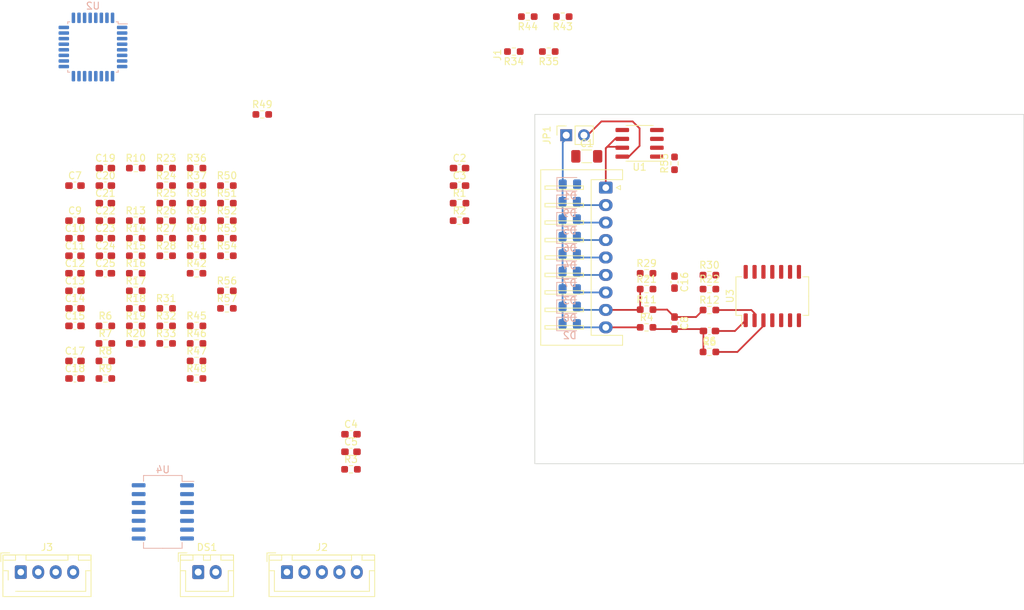
<source format=kicad_pcb>
(kicad_pcb (version 20221018) (generator pcbnew)
  (layers (0 "F.Cu" signal "Front") (31 "B.Cu" signal "Back") (34 "B.Paste" user) (35 "F.Paste" user) (36 "B.SilkS" user "B.Silkscreen") (37 "F.SilkS" user "F.Silkscreen") (38 "B.Mask" user) (39 "F.Mask" user) (44 "Edge.Cuts" user))
  (net 0 "")
  (net 1 "VBUS")
  (net 2 "GNDD")
  (net 3 "+3V3")
  (net 4 "/Level Shifter/cell8_amp")
  (net 5 "Net-(C6-Pad2)")
  (net 6 "/Level Shifter/cell4_amp")
  (net 7 "Net-(C7-Pad2)")
  (net 8 "Net-(C8-Pad1)")
  (net 9 "Net-(C9-Pad1)")
  (net 10 "/Level Shifter/cell3_amp")
  (net 11 "Net-(C13-Pad2)")
  (net 12 "/Level Shifter/cell7_amp")
  (net 13 "Net-(C14-Pad2)")
  (net 14 "Net-(C15-Pad1)")
  (net 15 "Net-(C16-Pad1)")
  (net 16 "/Level Shifter/cell_pack")
  (net 17 "/Level Shifter/cell6_amp")
  (net 18 "Net-(C18-Pad2)")
  (net 19 "/Level Shifter/cell2_amp")
  (net 20 "Net-(C19-Pad2)")
  (net 21 "/Level Shifter/cell1_amp")
  (net 22 "Net-(C20-Pad2)")
  (net 23 "Net-(C21-Pad1)")
  (net 24 "Net-(C22-Pad1)")
  (net 25 "Net-(C23-Pad1)")
  (net 26 "/Level Shifter/cell5_amp")
  (net 27 "Net-(C24-Pad2)")
  (net 28 "Net-(C25-Pad1)")
  (net 29 "Net-(D1-K)")
  (net 30 "+5V")
  (net 31 "/Level Shifter/cell8")
  (net 32 "/Level Shifter/cell6")
  (net 33 "/Level Shifter/cell4")
  (net 34 "/Level Shifter/cell2")
  (net 35 "/ONEWIRE")
  (net 36 "/Level Shifter/cell1")
  (net 37 "/Level Shifter/cell3")
  (net 38 "/Level Shifter/cell5")
  (net 39 "/Level Shifter/cell7")
  (net 40 "/SWDIO")
  (net 41 "/SWCLK")
  (net 42 "/USART_POCI")
  (net 43 "/USART_PICO")
  (net 44 "/MCU/USART_PICO")
  (net 45 "/MCU/USART_POCI")
  (net 46 "Net-(U3D-+)")
  (net 47 "Net-(R6-Pad1)")
  (net 48 "Net-(U4D-+)")
  (net 49 "Net-(U3D--)")
  (net 50 "Net-(R13-Pad1)")
  (net 51 "Net-(U4D--)")
  (net 63 "/MCU/SWDIO")
  (net 64 "/MCU/SWCLK")
  (net 72 "Net-(U3A-+)")
  (net 73 "Net-(U4A-+)")
  (net 74 "Net-(U3A--)")
  (net 75 "Net-(U4A--)")
  (net 76 "Net-(U4B-+)")
  (net 77 "Net-(U3B-+)")
  (net 78 "Net-(U4B--)")
  (net 79 "Net-(U3B--)")
  (net 80 "Net-(U3C-+)")
  (net 81 "Net-(U4C-+)")
  (net 82 "Net-(U3C--)")
  (net 83 "Net-(U4C--)")
  (footprint "Resistor_SMD:R_0603_1608Metric_Pad0.98x0.95mm_HandSolder" (layer "F.Cu") (at 20 7 90)
    (fp_text reference "R55")
    (fp_text value "56k")
  )
  (footprint "Capacitor_SMD:C_0603_1608Metric_Pad1.08x0.95mm_HandSolder" (layer "F.Cu") (at 20 24 -90)
    (fp_text reference "C16")
    (fp_text value "100n")
  )
  (footprint "Resistor_SMD:R_0603_1608Metric_Pad0.98x0.95mm_HandSolder" (layer "F.Cu") (at -48.4225 15.21)
    (fp_text reference "R39")
    (fp_text value "56k")
  )
  (footprint "Connector_JST:JST_XH_B4B-XH-AM_1x04_P2.50mm_Vertical" (layer "F.Cu") (at -73.58 65.515)
    (fp_text reference "J3")
    (fp_text value "Conn_01x04_Pin")
  )
  (footprint "Resistor_SMD:R_0603_1608Metric_Pad0.98x0.95mm_HandSolder" (layer "F.Cu") (at -48.4225 20.23)
    (fp_text reference "R41")
    (fp_text value "56k")
  )
  (footprint "Resistor_SMD:R_0603_1608Metric_Pad0.98x0.95mm_HandSolder" (layer "F.Cu") (at -57.1225 15.21)
    (fp_text reference "R13")
    (fp_text value "47k")
  )
  (footprint "Resistor_SMD:R_0603_1608Metric_Pad0.98x0.95mm_HandSolder" (layer "F.Cu") (at 16 22.74)
    (fp_text reference "R29")
    (fp_text value "56k")
  )
  (footprint "Resistor_SMD:R_0603_1608Metric_Pad0.98x0.95mm_HandSolder" (layer "F.Cu") (at -52.7725 30.27)
    (fp_text reference "R32")
    (fp_text value "3.9k")
  )
  (footprint "Resistor_SMD:R_0603_1608Metric_Pad0.98x0.95mm_HandSolder" (layer "F.Cu") (at -10.7725 15.21)
    (fp_text reference "R2")
    (fp_text value "0")
  )
  (footprint "Capacitor_SMD:C_0603_1608Metric_Pad1.08x0.95mm_HandSolder" (layer "F.Cu") (at -65.8225 10.19)
    (fp_text reference "C7")
    (fp_text value "100n")
  )
  (footprint "Connector_PinSocket_2.54mm:PinSocket_1x02_P2.54mm_Vertical" (layer "F.Cu") (at 4.5 2.975 90)
    (fp_text reference "JP1")
    (fp_text value "2S")
  )
  (footprint "Resistor_SMD:R_0603_1608Metric_Pad0.98x0.95mm_HandSolder" (layer "F.Cu") (at -48.4225 22.74)
    (fp_text reference "R42")
    (fp_text value "56k")
  )
  (footprint "Resistor_SMD:R_0603_1608Metric_Pad0.98x0.95mm_HandSolder" (layer "F.Cu") (at -57.1225 20.23)
    (fp_text reference "R15")
    (fp_text value "56k")
  )
  (footprint "Capacitor_SMD:C_0603_1608Metric_Pad1.08x0.95mm_HandSolder" (layer "F.Cu") (at -61.4725 7.68)
    (fp_text reference "C19")
    (fp_text value "100n")
  )
  (footprint "Resistor_SMD:R_0603_1608Metric_Pad0.98x0.95mm_HandSolder" (layer "F.Cu") (at -52.7725 10.19)
    (fp_text reference "R24")
    (fp_text value "18k")
  )
  (footprint "Capacitor_SMD:C_0603_1608Metric_Pad1.08x0.95mm_HandSolder" (layer "F.Cu") (at -65.8225 25.25)
    (fp_text reference "C13")
    (fp_text value "100n")
  )
  (footprint "Resistor_SMD:R_0603_1608Metric_Pad0.98x0.95mm_HandSolder" (layer "F.Cu") (at -57.1225 7.68)
    (fp_text reference "R10")
    (fp_text value "56k")
  )
  (footprint "Connector_JST:JST_XH_B2B-XH-A_1x02_P2.50mm_Vertical" (layer "F.Cu") (at -48.18 65.515)
    (fp_text reference "DS1")
    (fp_text value "Conn_01x02_Pin")
  )
  (footprint "Resistor_SMD:R_0603_1608Metric_Pad0.98x0.95mm_HandSolder" (layer "F.Cu") (at -57.1225 30.27)
    (fp_text reference "R19")
    (fp_text value "56k")
  )
  (footprint "Resistor_SMD:R_0603_1608Metric_Pad0.98x0.95mm_HandSolder" (layer "F.Cu") (at -48.4225 30.27)
    (fp_text reference "R45")
    (fp_text value "56k")
  )
  (footprint "Resistor_SMD:R_0603_1608Metric_Pad0.98x0.95mm_HandSolder" (layer "F.Cu") (at 25 23)
    (fp_text reference "R30")
    (fp_text value "56k")
  )
  (footprint "Capacitor_SMD:C_0603_1608Metric_Pad1.08x0.95mm_HandSolder" (layer "F.Cu") (at -61.4725 15.21)
    (fp_text reference "C22")
    (fp_text value "100n")
  )
  (footprint "Resistor_SMD:R_0603_1608Metric_Pad0.98x0.95mm_HandSolder" (layer "F.Cu") (at -52.7725 17.72)
    (fp_text reference "R27")
    (fp_text value "56k")
  )
  (footprint "Resistor_SMD:R_0603_1608Metric_Pad0.98x0.95mm_HandSolder" (layer "F.Cu") (at 25 25)
    (fp_text reference "R22")
    (fp_text value "56k")
  )
  (footprint "Capacitor_SMD:C_0603_1608Metric_Pad1.08x0.95mm_HandSolder" (layer "F.Cu") (at -65.8225 22.74)
    (fp_text reference "C12")
    (fp_text value "100n")
  )
  (footprint "Resistor_SMD:R_0603_1608Metric_Pad0.98x0.95mm_HandSolder" (layer "F.Cu") (at -52.7725 32.78)
    (fp_text reference "R33")
    (fp_text value "82k")
  )
  (footprint "Resistor_SMD:R_0603_1608Metric_Pad0.98x0.95mm_HandSolder" (layer "F.Cu") (at -44.0725 25.25)
    (fp_text reference "R56")
    (fp_text value "56k")
  )
  (footprint "Capacitor_SMD:C_0603_1608Metric_Pad1.08x0.95mm_HandSolder" (layer "F.Cu") (at -61.4725 10.19)
    (fp_text reference "C20")
    (fp_text value "100n")
  )
  (footprint "Capacitor_SMD:C_0603_1608Metric_Pad1.08x0.95mm_HandSolder" (layer "F.Cu") (at -10.7725 7.68)
    (fp_text reference "C2")
    (fp_text value "100n")
  )
  (footprint "Resistor_SMD:R_0603_1608Metric_Pad0.98x0.95mm_HandSolder" (layer "F.Cu") (at -61.4725 37.8)
    (fp_text reference "R9")
    (fp_text value "56k")
  )
  (footprint "Resistor_SMD:R_0603_1608Metric_Pad0.98x0.95mm_HandSolder" (layer "F.Cu") (at -3 -9 180)
    (fp_text reference "R34")
    (fp_text value "56k")
  )
  (footprint "Resistor_SMD:R_0603_1608Metric_Pad0.98x0.95mm_HandSolder" (layer "F.Cu") (at -48.4225 32.78)
    (fp_text reference "R46")
    (fp_text value "56k")
  )
  (footprint "Resistor_SMD:R_0603_1608Metric_Pad0.98x0.95mm_HandSolder" (layer "F.Cu") (at -44.0725 17.72)
    (fp_text reference "R53")
    (fp_text value "56k")
  )
  (footprint "Resistor_SMD:R_0603_1608Metric_Pad0.98x0.95mm_HandSolder" (layer "F.Cu") (at -52.7725 27.76)
    (fp_text reference "R31")
    (fp_text value "56k")
  )
  (footprint "Connector_JST:JST_XH_S9B-XH-A_1x09_P2.50mm_Horizontal" (layer "F.Cu") (at 10.16 10.48 -90)
    (fp_text reference "J1")
    (fp_text value "Conn_01x09_Pin")
  )
  (footprint "Resistor_SMD:R_0603_1608Metric_Pad0.98x0.95mm_HandSolder" (layer "F.Cu") (at -48.4225 37.8)
    (fp_text reference "R48")
    (fp_text value "56k")
  )
  (footprint "Capacitor_SMD:C_0603_1608Metric_Pad1.08x0.95mm_HandSolder" (layer "F.Cu") (at -65.8225 37.8)
    (fp_text reference "C18")
    (fp_text value "100n")
  )
  (footprint "Resistor_SMD:R_0603_1608Metric_Pad0.98x0.95mm_HandSolder" (layer "F.Cu") (at 25 34)
    (fp_text reference "R5")
    (fp_text value "100k")
  )
  (footprint "Capacitor_SMD:C_1206_3216Metric_Pad1.33x1.80mm_HandSolder" (layer "F.Cu") (at 7.4375 6)
    (fp_text reference "C1")
    (fp_text value "1u")
  )
  (footprint "Resistor_SMD:R_0603_1608Metric_Pad0.98x0.95mm_HandSolder" (layer "F.Cu") (at -57.1225 27.76)
    (fp_text reference "R18")
    (fp_text value "56k")
  )
  (footprint "Capacitor_SMD:C_0603_1608Metric_Pad1.08x0.95mm_HandSolder" (layer "F.Cu") (at -61.4725 20.23)
    (fp_text reference "C24")
    (fp_text value "100n")
  )
  (footprint "Resistor_SMD:R_0603_1608Metric_Pad0.98x0.95mm_HandSolder" (layer "F.Cu") (at -48.4225 10.19)
    (fp_text reference "R37")
    (fp_text value "56k")
  )
  (footprint "Package_SO:SOIC-8_3.9x4.9mm_P1.27mm" (layer "F.Cu") (at 15 4.135 180)
    (fp_text reference "U1")
    (fp_text value "L78L33_SO8")
  )
  (footprint "Capacitor_SMD:C_0603_1608Metric_Pad1.08x0.95mm_HandSolder" (layer "F.Cu") (at -65.8225 17.72)
    (fp_text reference "C10")
    (fp_text value "100n")
  )
  (footprint "Resistor_SMD:R_0603_1608Metric_Pad0.98x0.95mm_HandSolder" (layer "F.Cu") (at -48.4225 7.68)
    (fp_text reference "R36")
    (fp_text value "56k")
  )
  (footprint "Capacitor_SMD:C_0603_1608Metric_Pad1.08x0.95mm_HandSolder" (layer "F.Cu") (at 25 31 180)
    (fp_text reference "C6")
    (fp_text value "100n")
  )
  (footprint "Resistor_SMD:R_0603_1608Metric_Pad0.98x0.95mm_HandSolder" (layer "F.Cu") (at 16 30.48)
    (fp_text reference "R4")
    (fp_text value "100k")
  )
  (footprint "Resistor_SMD:R_0603_1608Metric_Pad0.98x0.95mm_HandSolder" (layer "F.Cu") (at -57.1225 32.78)
    (fp_text reference "R20")
    (fp_text value "56k")
  )
  (footprint "Connector_JST:JST_XH_B5B-XH-A_1x05_P2.50mm_Vertical" (layer "F.Cu") (at -35.48 65.515)
    (fp_text reference "J2")
    (fp_text value "Conn_01x05_Pin")
  )
  (footprint "Capacitor_SMD:C_0603_1608Metric_Pad1.08x0.95mm_HandSolder" (layer "F.Cu") (at -61.4725 12.7)
    (fp_text reference "C21")
    (fp_text value "100n")
  )
  (footprint "Capacitor_SMD:C_0603_1608Metric_Pad1.08x0.95mm_HandSolder" (layer "F.Cu") (at -26.3125 45.78)
    (fp_text reference "C4")
    (fp_text value "100n")
  )
  (footprint "Resistor_SMD:R_0603_1608Metric_Pad0.98x0.95mm_HandSolder" (layer "F.Cu") (at -57.1225 17.72)
    (fp_text reference "R14")
    (fp_text value "100k")
  )
  (footprint "Resistor_SMD:R_0603_1608Metric_Pad0.98x0.95mm_HandSolder" (layer "F.Cu") (at -48.4225 12.7)
    (fp_text reference "R38")
    (fp_text value "56k")
  )
  (footprint "Resistor_SMD:R_0603_1608Metric_Pad0.98x0.95mm_HandSolder" (layer "F.Cu") (at -44.0725 15.21)
    (fp_text reference "R52")
    (fp_text value "56k")
  )
  (footprint "Resistor_SMD:R_0603_1608Metric_Pad0.98x0.95mm_HandSolder" (layer "F.Cu") (at 25 28)
    (fp_text reference "R12")
    (fp_text value "100k")
  )
  (footprint "Capacitor_SMD:C_0603_1608Metric_Pad1.08x0.95mm_HandSolder" (layer "F.Cu") (at -65.8225 15.21)
    (fp_text reference "C9")
    (fp_text value "100n")
  )
  (footprint "Resistor_SMD:R_0603_1608Metric_Pad0.98x0.95mm_HandSolder" (layer "F.Cu") (at -52.7725 12.7)
    (fp_text reference "R25")
    (fp_text value "62k")
  )
  (footprint "Resistor_SMD:R_0603_1608Metric_Pad0.98x0.95mm_HandSolder" (layer "F.Cu") (at -52.7725 15.21)
    (fp_text reference "R26")
    (fp_text value "56k")
  )
  (footprint "Resistor_SMD:R_0603_1608Metric_Pad0.98x0.95mm_HandSolder" (layer "F.Cu") (at 4 -14 180)
    (fp_text reference "R43")
    (fp_text value "56k")
  )
  (footprint "Resistor_SMD:R_0603_1608Metric_Pad0.98x0.95mm_HandSolder" (layer "F.Cu") (at -61.4725 30.27)
    (fp_text reference "R6")
    (fp_text value "47k")
  )
  (footprint "Resistor_SMD:R_0603_1608Metric_Pad0.98x0.95mm_HandSolder" (layer "F.Cu") (at -1 -14 180)
    (fp_text reference "R44")
    (fp_text value "56k")
  )
  (footprint "Resistor_SMD:R_0603_1608Metric_Pad0.98x0.95mm_HandSolder" (layer "F.Cu") (at 16 27.94)
    (fp_text reference "R11")
    (fp_text value "100k")
  )
  (footprint "Capacitor_SMD:C_0603_1608Metric_Pad1.08x0.95mm_HandSolder" (layer "F.Cu") (at 20 29.8625 -90)
    (fp_text reference "C8")
    (fp_text value "100n")
  )
  (footprint "Resistor_SMD:R_0603_1608Metric_Pad0.98x0.95mm_HandSolder" (layer "F.Cu") (at -52.7725 20.23)
    (fp_text reference "R28")
    (fp_text value "56k")
  )
  (footprint "Resistor_SMD:R_0603_1608Metric_Pad0.98x0.95mm_HandSolder" (layer "F.Cu") (at -44.0725 12.7)
    (fp_text reference "R51")
    (fp_text value "56k")
  )
  (footprint "Capacitor_SMD:C_0603_1608Metric_Pad1.08x0.95mm_HandSolder" (layer "F.Cu") (at -61.4725 17.72)
    (fp_text reference "C23")
    (fp_text value "100n")
  )
  (footprint "Resistor_SMD:R_0603_1608Metric_Pad0.98x0.95mm_HandSolder" (layer "F.Cu") (at -61.4725 32.78)
    (fp_text reference "R7")
    (fp_text value "100k")
  )
  (footprint "Resistor_SMD:R_0603_1608Metric_Pad0.98x0.95mm_HandSolder" (layer "F.Cu") (at -44.0725 27.76)
    (fp_text reference "R57")
    (fp_text value "56k")
  )
  (footprint "Capacitor_SMD:C_0603_1608Metric_Pad1.08x0.95mm_HandSolder" (layer "F.Cu") (at -65.8225 35.29)
    (fp_text reference "C17")
    (fp_text value "100n")
  )
  (footprint "Capacitor_SMD:C_0603_1608Metric_Pad1.08x0.95mm_HandSolder" (layer "F.Cu") (at -65.8225 30.27)
    (fp_text reference "C15")
    (fp_text value "100n")
  )
  (footprint "Resistor_SMD:R_0603_1608Metric_Pad0.98x0.95mm_HandSolder" (layer "F.Cu") (at -61.4725 35.29)
    (fp_text reference "R8")
    (fp_text value "56k")
  )
  (footprint "Resistor_SMD:R_0603_1608Metric_Pad0.98x0.95mm_HandSolder" (layer "F.Cu") (at -44.0725 10.19)
    (fp_text reference "R50")
    (fp_text value "56k")
  )
  (footprint "Resistor_SMD:R_0603_1608Metric_Pad0.98x0.95mm_HandSolder" (layer "F.Cu") (at -48.4225 17.72)
    (fp_text reference "R40")
    (fp_text value "56k")
  )
  (footprint "Resistor_SMD:R_0603_1608Metric_Pad0.98x0.95mm_HandSolder" (layer "F.Cu") (at -52.7725 7.68)
    (fp_text reference "R23")
    (fp_text value "56k")
  )
  (footprint "Resistor_SMD:R_0603_1608Metric_Pad0.98x0.95mm_HandSolder" (layer "F.Cu") (at 2 -9 180)
    (fp_text reference "R35")
    (fp_text value "56k")
  )
  (footprint "Resistor_SMD:R_0603_1608Metric_Pad0.98x0.95mm_HandSolder" (layer "F.Cu") (at -10.7725 12.7)
    (fp_text reference "R1")
    (fp_text value "0")
  )
  (footprint "Resistor_SMD:R_0603_1608Metric_Pad0.98x0.95mm_HandSolder" (layer "F.Cu") (at -44.0725 20.23)
    (fp_text reference "R54")
    (fp_text value "56k")
  )
  (footprint "Resistor_SMD:R_0603_1608Metric_Pad0.98x0.95mm_HandSolder" (layer "F.Cu") (at -57.1225 22.74)
    (fp_text reference "R16")
    (fp_text value "56k")
  )
  (footprint "Resistor_SMD:R_0603_1608Metric_Pad0.98x0.95mm_HandSolder" (layer "F.Cu") (at -26.3125 50.8)
    (fp_text reference "R3")
    (fp_text value "4k7")
  )
  (footprint "Capacitor_SMD:C_0603_1608Metric_Pad1.08x0.95mm_HandSolder" (layer "F.Cu") (at -10.7725 10.19)
    (fp_text reference "C3")
    (fp_text value "100n")
  )
  (footprint "Package_SO:SO-14_5.3x10.2mm_P1.27mm" (layer "F.Cu") (at 34 26 90)
    (fp_text reference "U3")
    (fp_text value "TL074")
  )
  (footprint "Capacitor_SMD:C_0603_1608Metric_Pad1.08x0.95mm_HandSolder" (layer "F.Cu") (at -26.3125 48.29)
    (fp_text reference "C5")
    (fp_text value "1n")
  )
  (footprint "Resistor_SMD:R_0603_1608Metric_Pad0.98x0.95mm_HandSolder" (layer "F.Cu") (at -39.0125 0)
    (fp_text reference "R49")
    (fp_text value "56k")
  )
  (footprint "Capacitor_SMD:C_0603_1608Metric_Pad1.08x0.95mm_HandSolder" (layer "F.Cu") (at -61.4725 22.74)
    (fp_text reference "C25")
    (fp_text value "100n")
  )
  (footprint "Resistor_SMD:R_0603_1608Metric_Pad0.98x0.95mm_HandSolder" (layer "F.Cu") (at 16 25)
    (fp_text reference "R21")
    (fp_text value "56k")
  )
  (footprint "Resistor_SMD:R_0603_1608Metric_Pad0.98x0.95mm_HandSolder" (layer "F.Cu") (at -57.1225 25.25)
    (fp_text reference "R17")
    (fp_text value "56k")
  )
  (footprint "Resistor_SMD:R_0603_1608Metric_Pad0.98x0.95mm_HandSolder" (layer "F.Cu") (at -48.4225 35.29)
    (fp_text reference "R47")
    (fp_text value "56k")
  )
  (footprint "Capacitor_SMD:C_0603_1608Metric_Pad1.08x0.95mm_HandSolder" (layer "F.Cu") (at -65.8225 27.76)
    (fp_text reference "C14")
    (fp_text value "100n")
  )
  (footprint "Capacitor_SMD:C_0603_1608Metric_Pad1.08x0.95mm_HandSolder" (layer "F.Cu") (at -65.8225 20.23)
    (fp_text reference "C11")
    (fp_text value "100p")
  )
  (footprint "Diode_SMD:D_0805_2012Metric_Pad1.15x1.40mm_HandSolder" (layer "B.Cu") (at 5 12.5)
    (fp_text reference "D9")
    (fp_text value "BAT41")
  )
  (footprint "Diode_SMD:D_0805_2012Metric_Pad1.15x1.40mm_HandSolder" (layer "B.Cu") (at 5 22.5)
    (fp_text reference "D7")
    (fp_text value "BAT41")
  )
  (footprint "Diode_SMD:D_0805_2012Metric_Pad1.15x1.40mm_HandSolder" (layer "B.Cu") (at 5 27.5)
    (fp_text reference "D8")
    (fp_text value "BAT41")
  )
  (footprint "Diode_SMD:D_0805_2012Metric_Pad1.15x1.40mm_HandSolder" (layer "B.Cu") (at 5 20)
    (fp_text reference "D4")
    (fp_text value "BAT41")
  )
  (footprint "Package_SO:SO-14_5.3x10.2mm_P1.27mm" (layer "B.Cu") (at -53.2465 56.896 180)
    (fp_text reference "U4")
    (fp_text value "TL074")
  )
  (footprint "Diode_SMD:D_0805_2012Metric_Pad1.15x1.40mm_HandSolder" (layer "B.Cu") (at 5 30)
    (fp_text reference "D2")
    (fp_text value "BAT41")
  )
  (footprint "Diode_SMD:D_0805_2012Metric_Pad1.15x1.40mm_HandSolder" (layer "B.Cu") (at 5 25)
    (fp_text reference "D3")
    (fp_text value "BAT41")
  )
  (footprint "Diode_SMD:D_0805_2012Metric_Pad1.15x1.40mm_HandSolder" (layer "B.Cu") (at 5 15)
    (fp_text reference "D5")
    (fp_text value "BAT41")
  )
  (footprint "Diode_SMD:D_0805_2012Metric_Pad1.15x1.40mm_HandSolder" (layer "B.Cu") (at 5 17.5)
    (fp_text reference "D6")
    (fp_text value "BAT41")
  )
  (footprint "Package_QFP:LQFP-32_7x7mm_P0.8mm" (layer "B.Cu") (at -63.246 -9.652 180)
    (fp_text reference "U2")
    (fp_text value "STM32G071KBTx")
  )
  (footprint "Diode_SMD:D_0805_2012Metric_Pad1.15x1.40mm_HandSolder" (layer "B.Cu") (at 5.025 10)
    (fp_text reference "D1")
    (fp_text value "BAT41")
  )
  (gr_rect (start 0 0) (end 70 50) (stroke (width 0.1)) (fill none) (layer "Edge.Cuts"))
  (segment (start 13.46 6.04) (end 12.5 6.04) (width 0.25) (layer "F.Cu") (net 1))
  (segment (start 15 2) (end 15 4.5) (width 0.25) (layer "F.Cu") (net 1))
  (segment (start 9.54 1) (end 14 1) (width 0.25) (layer "F.Cu") (net 1))
  (segment (start 14 1) (end 15 2) (width 0.25) (layer "F.Cu") (net 1))
  (segment (start 7.04 3.5) (end 9.54 1) (width 0.25) (layer "F.Cu") (net 1))
  (segment (start 15 4.5) (end 13.46 6.04) (width 0.25) (layer "F.Cu") (net 1))
  (segment (start 12.5 3.5) (end 11.5 3.5) (width 0.25) (layer "F.Cu") (net 2))
  (segment (start 10.16 4.84) (end 10.16 5) (width 0.25) (layer "F.Cu") (net 2))
  (segment (start 12.525 4.635) (end 10.365 4.635) (width 0.25) (layer "F.Cu") (net 2))
  (segment (start 12.525 3.365) (end 11.635 3.365) (width 0.25) (layer "F.Cu") (net 2))
  (segment (start 10.16 10.48) (end 10.02 10.48) (width 0.25) (layer "F.Cu") (net 2))
  (segment (start 10.365 4.635) (end 10.16 4.84) (width 0.25) (layer "F.Cu") (net 2))
  (segment (start 10.02 10.48) (end 10 10.5) (width 0.25) (layer "F.Cu") (net 2))
  (segment (start 11.5 3.5) (end 10.16 4.84) (width 0.25) (layer "F.Cu") (net 2))
  (segment (start 10.16 5) (end 10.16 10.48) (width 0.25) (layer "F.Cu") (net 2))
  (segment (start 25.8625 31) (end 28.6525 31) (width 0.25) (layer "F.Cu") (net 4))
  (segment (start 28.6525 31) (end 30.19 29.4625) (width 0.25) (layer "F.Cu") (net 4))
  (segment (start 23.8625 30.725) (end 24.1375 31) (width 0.25) (layer "F.Cu") (net 5))
  (segment (start 24.1375 31) (end 24.1375 33.95) (width 0.25) (layer "F.Cu") (net 5))
  (segment (start 20 30.725) (end 23.8625 30.725) (width 0.25) (layer "F.Cu") (net 5))
  (segment (start 16.9125 30.48) (end 17.1575 30.725) (width 0.25) (layer "F.Cu") (net 5))
  (segment (start 24.1375 33.95) (end 24.0875 34) (width 0.25) (layer "F.Cu") (net 5))
  (segment (start 17.1575 30.725) (end 20 30.725) (width 0.25) (layer "F.Cu") (net 5))
  (segment (start 20 29) (end 23.0875 29) (width 0.25) (layer "F.Cu") (net 8))
  (segment (start 23.0875 29) (end 24.0875 28) (width 0.25) (layer "F.Cu") (net 8))
  (segment (start 16.9125 27.94) (end 18.94 27.94) (width 0.25) (layer "F.Cu") (net 8))
  (segment (start 18.94 27.94) (end 20 29) (width 0.25) (layer "F.Cu") (net 8))
  (segment (start 4 4) (end 4.5 3.5) (width 0.25) (layer "B.Cu") (net 29))
  (segment (start 4 10) (end 4 4) (width 0.25) (layer "B.Cu") (net 29))
  (segment (start 3.975 25) (end 3.975 27.5) (width 0.25) (layer "B.Cu") (net 29))
  (segment (start 3.975 30) (end 3.975 27.5) (width 0.25) (layer "B.Cu") (net 29))
  (segment (start 3.975 10.025) (end 4 10) (width 0.25) (layer "B.Cu") (net 29))
  (segment (start 3.975 25) (end 3.975 10.025) (width 0.25) (layer "B.Cu") (net 29))
  (segment (start 15.0875 30.48) (end 10.16 30.48) (width 0.25) (layer "F.Cu") (net 31))
  (segment (start 6.505 30.48) (end 10.16 30.48) (width 0.25) (layer "B.Cu") (net 31))
  (segment (start 6.025 30) (end 6.505 30.48) (width 0.25) (layer "B.Cu") (net 31))
  (segment (start 6.025 25) (end 6.505 25.48) (width 0.25) (layer "B.Cu") (net 32))
  (segment (start 6.505 25.48) (end 10.16 25.48) (width 0.25) (layer "B.Cu") (net 32))
  (segment (start 6.025 20) (end 6.505 20.48) (width 0.25) (layer "B.Cu") (net 33))
  (segment (start 6.505 20.48) (end 10.16 20.48) (width 0.25) (layer "B.Cu") (net 33))
  (segment (start 6.505 15.48) (end 10.16 15.48) (width 0.25) (layer "B.Cu") (net 34))
  (segment (start 6.025 15) (end 6.505 15.48) (width 0.25) (layer "B.Cu") (net 34))
  (segment (start 6.505 12.98) (end 10.16 12.98) (width 0.25) (layer "B.Cu") (net 36))
  (segment (start 6.025 12.5) (end 6.505 12.98) (width 0.25) (layer "B.Cu") (net 36))
  (segment (start 6.505 17.98) (end 10.16 17.98) (width 0.25) (layer "B.Cu") (net 37))
  (segment (start 6.025 17.5) (end 6.505 17.98) (width 0.25) (layer "B.Cu") (net 37))
  (segment (start 6.025 22.5) (end 6.505 22.98) (width 0.25) (layer "B.Cu") (net 38))
  (segment (start 6.505 22.98) (end 10.16 22.98) (width 0.25) (layer "B.Cu") (net 38))
  (segment (start 15.0875 27.94) (end 15.0475 27.98) (width 0.25) (layer "F.Cu") (net 39))
  (segment (start 15.0875 27.94) (end 15.0875 25) (width 0.25) (layer "F.Cu") (net 39))
  (segment (start 15.0475 27.98) (end 10.16 27.98) (width 0.25) (layer "F.Cu") (net 39))
  (segment (start 6.505 27.98) (end 10.16 27.98) (width 0.25) (layer "B.Cu") (net 39))
  (segment (start 6.025 27.5) (end 6.505 27.98) (width 0.25) (layer "B.Cu") (net 39))
  (segment (start 32.73 30.27) (end 32.73 29.4625) (width 0.25) (layer "F.Cu") (net 72))
  (segment (start 29 34) (end 32.73 30.27) (width 0.25) (layer "F.Cu") (net 72))
  (segment (start 25.9125 34) (end 29 34) (width 0.25) (layer "F.Cu") (net 72))
  (segment (start 31.46 28.46) (end 31.46 29.4625) (width 0.25) (layer "F.Cu") (net 74))
  (segment (start 25.9125 28) (end 31 28) (width 0.25) (layer "F.Cu") (net 74))
  (segment (start 31 28) (end 31.46 28.46) (width 0.25) (layer "F.Cu") (net 74))
)
</source>
